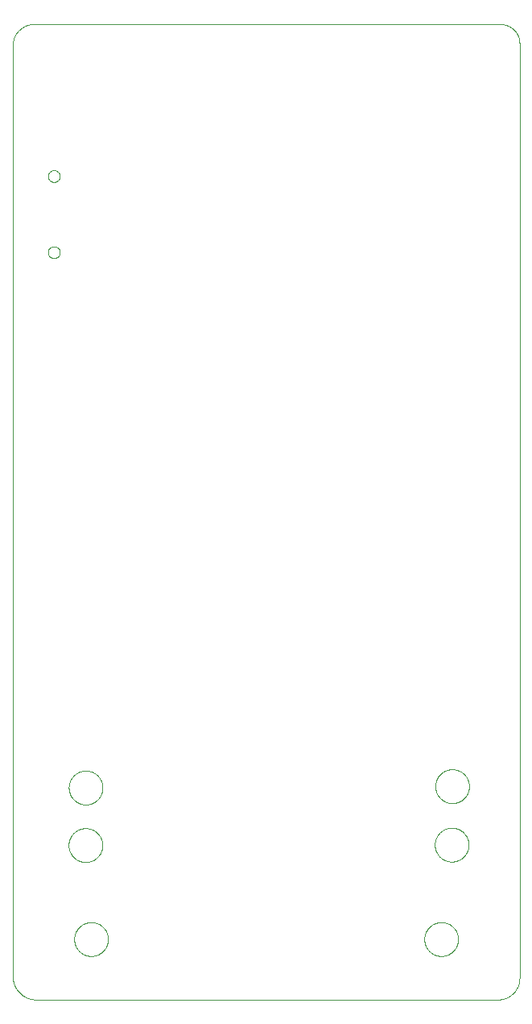
<source format=gbp>
G75*
%MOIN*%
%OFA0B0*%
%FSLAX25Y25*%
%IPPOS*%
%LPD*%
%AMOC8*
5,1,8,0,0,1.08239X$1,22.5*
%
%ADD10C,0.00000*%
D10*
X0032652Y0010767D02*
X0032652Y0395526D01*
X0032651Y0395526D02*
X0032654Y0395737D01*
X0032661Y0395947D01*
X0032674Y0396158D01*
X0032692Y0396368D01*
X0032715Y0396577D01*
X0032743Y0396786D01*
X0032775Y0396994D01*
X0032813Y0397201D01*
X0032856Y0397408D01*
X0032904Y0397613D01*
X0032957Y0397817D01*
X0033015Y0398019D01*
X0033078Y0398221D01*
X0033145Y0398420D01*
X0033218Y0398618D01*
X0033295Y0398814D01*
X0033377Y0399008D01*
X0033463Y0399201D01*
X0033554Y0399391D01*
X0033650Y0399578D01*
X0033750Y0399764D01*
X0033855Y0399947D01*
X0033964Y0400127D01*
X0034077Y0400305D01*
X0034195Y0400480D01*
X0034316Y0400651D01*
X0034442Y0400820D01*
X0034572Y0400986D01*
X0034706Y0401149D01*
X0034844Y0401308D01*
X0034986Y0401464D01*
X0035131Y0401617D01*
X0035280Y0401766D01*
X0035433Y0401911D01*
X0035589Y0402053D01*
X0035748Y0402191D01*
X0035911Y0402325D01*
X0036077Y0402455D01*
X0036246Y0402581D01*
X0036417Y0402702D01*
X0036592Y0402820D01*
X0036770Y0402933D01*
X0036950Y0403042D01*
X0037133Y0403147D01*
X0037319Y0403247D01*
X0037506Y0403343D01*
X0037696Y0403434D01*
X0037889Y0403520D01*
X0038083Y0403602D01*
X0038279Y0403679D01*
X0038477Y0403752D01*
X0038676Y0403819D01*
X0038878Y0403882D01*
X0039080Y0403940D01*
X0039284Y0403993D01*
X0039489Y0404041D01*
X0039696Y0404084D01*
X0039903Y0404122D01*
X0040111Y0404154D01*
X0040320Y0404182D01*
X0040529Y0404205D01*
X0040739Y0404223D01*
X0040950Y0404236D01*
X0041160Y0404243D01*
X0041371Y0404246D01*
X0041371Y0404245D02*
X0234687Y0404245D01*
X0234878Y0404243D01*
X0235068Y0404236D01*
X0235258Y0404224D01*
X0235448Y0404208D01*
X0235638Y0404188D01*
X0235826Y0404162D01*
X0236015Y0404132D01*
X0236202Y0404098D01*
X0236389Y0404059D01*
X0236574Y0404016D01*
X0236759Y0403968D01*
X0236942Y0403916D01*
X0237124Y0403859D01*
X0237304Y0403798D01*
X0237483Y0403733D01*
X0237661Y0403663D01*
X0237836Y0403589D01*
X0238010Y0403511D01*
X0238182Y0403428D01*
X0238352Y0403342D01*
X0238519Y0403251D01*
X0238685Y0403156D01*
X0238848Y0403058D01*
X0239009Y0402955D01*
X0239167Y0402849D01*
X0239322Y0402739D01*
X0239475Y0402625D01*
X0239625Y0402508D01*
X0239772Y0402386D01*
X0239916Y0402262D01*
X0240057Y0402134D01*
X0240195Y0402002D01*
X0240330Y0401867D01*
X0240462Y0401729D01*
X0240590Y0401588D01*
X0240714Y0401444D01*
X0240836Y0401297D01*
X0240953Y0401147D01*
X0241067Y0400994D01*
X0241177Y0400839D01*
X0241283Y0400681D01*
X0241386Y0400520D01*
X0241484Y0400357D01*
X0241579Y0400191D01*
X0241670Y0400024D01*
X0241756Y0399854D01*
X0241839Y0399682D01*
X0241917Y0399508D01*
X0241991Y0399333D01*
X0242061Y0399155D01*
X0242126Y0398976D01*
X0242187Y0398796D01*
X0242244Y0398614D01*
X0242296Y0398431D01*
X0242344Y0398246D01*
X0242387Y0398061D01*
X0242426Y0397874D01*
X0242460Y0397687D01*
X0242490Y0397498D01*
X0242516Y0397310D01*
X0242536Y0397120D01*
X0242552Y0396930D01*
X0242564Y0396740D01*
X0242571Y0396550D01*
X0242573Y0396359D01*
X0242573Y0009978D01*
X0242570Y0009761D01*
X0242563Y0009544D01*
X0242549Y0009328D01*
X0242531Y0009111D01*
X0242508Y0008896D01*
X0242479Y0008681D01*
X0242445Y0008466D01*
X0242406Y0008253D01*
X0242361Y0008041D01*
X0242312Y0007829D01*
X0242258Y0007619D01*
X0242198Y0007411D01*
X0242134Y0007204D01*
X0242064Y0006998D01*
X0241990Y0006794D01*
X0241910Y0006592D01*
X0241826Y0006393D01*
X0241737Y0006195D01*
X0241643Y0005999D01*
X0241545Y0005806D01*
X0241441Y0005615D01*
X0241334Y0005427D01*
X0241222Y0005241D01*
X0241105Y0005058D01*
X0240984Y0004878D01*
X0240858Y0004701D01*
X0240729Y0004527D01*
X0240595Y0004356D01*
X0240457Y0004189D01*
X0240315Y0004024D01*
X0240169Y0003864D01*
X0240020Y0003707D01*
X0239866Y0003553D01*
X0239709Y0003404D01*
X0239549Y0003258D01*
X0239384Y0003116D01*
X0239217Y0002978D01*
X0239046Y0002844D01*
X0238872Y0002715D01*
X0238695Y0002589D01*
X0238515Y0002468D01*
X0238332Y0002351D01*
X0238146Y0002239D01*
X0237958Y0002132D01*
X0237767Y0002028D01*
X0237574Y0001930D01*
X0237378Y0001836D01*
X0237180Y0001747D01*
X0236981Y0001663D01*
X0236779Y0001583D01*
X0236575Y0001509D01*
X0236369Y0001439D01*
X0236162Y0001375D01*
X0235954Y0001315D01*
X0235744Y0001261D01*
X0235532Y0001212D01*
X0235320Y0001167D01*
X0235107Y0001128D01*
X0234892Y0001094D01*
X0234677Y0001065D01*
X0234462Y0001042D01*
X0234245Y0001024D01*
X0234029Y0001010D01*
X0233812Y0001003D01*
X0233595Y0001000D01*
X0042418Y0001000D01*
X0042182Y0001003D01*
X0041946Y0001011D01*
X0041711Y0001026D01*
X0041475Y0001046D01*
X0041241Y0001071D01*
X0041007Y0001102D01*
X0040774Y0001139D01*
X0040541Y0001182D01*
X0040310Y0001230D01*
X0040081Y0001284D01*
X0039852Y0001343D01*
X0039625Y0001408D01*
X0039400Y0001478D01*
X0039176Y0001554D01*
X0038955Y0001635D01*
X0038735Y0001721D01*
X0038517Y0001813D01*
X0038302Y0001910D01*
X0038089Y0002012D01*
X0037879Y0002119D01*
X0037671Y0002231D01*
X0037467Y0002348D01*
X0037265Y0002470D01*
X0037066Y0002597D01*
X0036870Y0002729D01*
X0036677Y0002865D01*
X0036488Y0003006D01*
X0036302Y0003152D01*
X0036120Y0003302D01*
X0035941Y0003456D01*
X0035767Y0003615D01*
X0035596Y0003778D01*
X0035429Y0003945D01*
X0035266Y0004116D01*
X0035107Y0004290D01*
X0034953Y0004469D01*
X0034803Y0004651D01*
X0034657Y0004837D01*
X0034516Y0005026D01*
X0034380Y0005219D01*
X0034248Y0005415D01*
X0034121Y0005614D01*
X0033999Y0005816D01*
X0033882Y0006020D01*
X0033770Y0006228D01*
X0033663Y0006438D01*
X0033561Y0006651D01*
X0033464Y0006866D01*
X0033372Y0007084D01*
X0033286Y0007304D01*
X0033205Y0007525D01*
X0033129Y0007749D01*
X0033059Y0007974D01*
X0032994Y0008201D01*
X0032935Y0008430D01*
X0032881Y0008659D01*
X0032833Y0008890D01*
X0032790Y0009123D01*
X0032753Y0009356D01*
X0032722Y0009590D01*
X0032697Y0009824D01*
X0032677Y0010060D01*
X0032662Y0010295D01*
X0032654Y0010531D01*
X0032651Y0010767D01*
X0058152Y0026000D02*
X0058154Y0026172D01*
X0058160Y0026343D01*
X0058171Y0026515D01*
X0058186Y0026686D01*
X0058205Y0026857D01*
X0058228Y0027027D01*
X0058255Y0027197D01*
X0058287Y0027366D01*
X0058322Y0027534D01*
X0058362Y0027701D01*
X0058406Y0027867D01*
X0058453Y0028032D01*
X0058505Y0028196D01*
X0058561Y0028358D01*
X0058621Y0028519D01*
X0058685Y0028679D01*
X0058753Y0028837D01*
X0058824Y0028993D01*
X0058899Y0029147D01*
X0058979Y0029300D01*
X0059061Y0029450D01*
X0059148Y0029599D01*
X0059238Y0029745D01*
X0059332Y0029889D01*
X0059429Y0030031D01*
X0059530Y0030170D01*
X0059634Y0030307D01*
X0059741Y0030441D01*
X0059852Y0030572D01*
X0059965Y0030701D01*
X0060082Y0030827D01*
X0060202Y0030950D01*
X0060325Y0031070D01*
X0060451Y0031187D01*
X0060580Y0031300D01*
X0060711Y0031411D01*
X0060845Y0031518D01*
X0060982Y0031622D01*
X0061121Y0031723D01*
X0061263Y0031820D01*
X0061407Y0031914D01*
X0061553Y0032004D01*
X0061702Y0032091D01*
X0061852Y0032173D01*
X0062005Y0032253D01*
X0062159Y0032328D01*
X0062315Y0032399D01*
X0062473Y0032467D01*
X0062633Y0032531D01*
X0062794Y0032591D01*
X0062956Y0032647D01*
X0063120Y0032699D01*
X0063285Y0032746D01*
X0063451Y0032790D01*
X0063618Y0032830D01*
X0063786Y0032865D01*
X0063955Y0032897D01*
X0064125Y0032924D01*
X0064295Y0032947D01*
X0064466Y0032966D01*
X0064637Y0032981D01*
X0064809Y0032992D01*
X0064980Y0032998D01*
X0065152Y0033000D01*
X0065324Y0032998D01*
X0065495Y0032992D01*
X0065667Y0032981D01*
X0065838Y0032966D01*
X0066009Y0032947D01*
X0066179Y0032924D01*
X0066349Y0032897D01*
X0066518Y0032865D01*
X0066686Y0032830D01*
X0066853Y0032790D01*
X0067019Y0032746D01*
X0067184Y0032699D01*
X0067348Y0032647D01*
X0067510Y0032591D01*
X0067671Y0032531D01*
X0067831Y0032467D01*
X0067989Y0032399D01*
X0068145Y0032328D01*
X0068299Y0032253D01*
X0068452Y0032173D01*
X0068602Y0032091D01*
X0068751Y0032004D01*
X0068897Y0031914D01*
X0069041Y0031820D01*
X0069183Y0031723D01*
X0069322Y0031622D01*
X0069459Y0031518D01*
X0069593Y0031411D01*
X0069724Y0031300D01*
X0069853Y0031187D01*
X0069979Y0031070D01*
X0070102Y0030950D01*
X0070222Y0030827D01*
X0070339Y0030701D01*
X0070452Y0030572D01*
X0070563Y0030441D01*
X0070670Y0030307D01*
X0070774Y0030170D01*
X0070875Y0030031D01*
X0070972Y0029889D01*
X0071066Y0029745D01*
X0071156Y0029599D01*
X0071243Y0029450D01*
X0071325Y0029300D01*
X0071405Y0029147D01*
X0071480Y0028993D01*
X0071551Y0028837D01*
X0071619Y0028679D01*
X0071683Y0028519D01*
X0071743Y0028358D01*
X0071799Y0028196D01*
X0071851Y0028032D01*
X0071898Y0027867D01*
X0071942Y0027701D01*
X0071982Y0027534D01*
X0072017Y0027366D01*
X0072049Y0027197D01*
X0072076Y0027027D01*
X0072099Y0026857D01*
X0072118Y0026686D01*
X0072133Y0026515D01*
X0072144Y0026343D01*
X0072150Y0026172D01*
X0072152Y0026000D01*
X0072150Y0025828D01*
X0072144Y0025657D01*
X0072133Y0025485D01*
X0072118Y0025314D01*
X0072099Y0025143D01*
X0072076Y0024973D01*
X0072049Y0024803D01*
X0072017Y0024634D01*
X0071982Y0024466D01*
X0071942Y0024299D01*
X0071898Y0024133D01*
X0071851Y0023968D01*
X0071799Y0023804D01*
X0071743Y0023642D01*
X0071683Y0023481D01*
X0071619Y0023321D01*
X0071551Y0023163D01*
X0071480Y0023007D01*
X0071405Y0022853D01*
X0071325Y0022700D01*
X0071243Y0022550D01*
X0071156Y0022401D01*
X0071066Y0022255D01*
X0070972Y0022111D01*
X0070875Y0021969D01*
X0070774Y0021830D01*
X0070670Y0021693D01*
X0070563Y0021559D01*
X0070452Y0021428D01*
X0070339Y0021299D01*
X0070222Y0021173D01*
X0070102Y0021050D01*
X0069979Y0020930D01*
X0069853Y0020813D01*
X0069724Y0020700D01*
X0069593Y0020589D01*
X0069459Y0020482D01*
X0069322Y0020378D01*
X0069183Y0020277D01*
X0069041Y0020180D01*
X0068897Y0020086D01*
X0068751Y0019996D01*
X0068602Y0019909D01*
X0068452Y0019827D01*
X0068299Y0019747D01*
X0068145Y0019672D01*
X0067989Y0019601D01*
X0067831Y0019533D01*
X0067671Y0019469D01*
X0067510Y0019409D01*
X0067348Y0019353D01*
X0067184Y0019301D01*
X0067019Y0019254D01*
X0066853Y0019210D01*
X0066686Y0019170D01*
X0066518Y0019135D01*
X0066349Y0019103D01*
X0066179Y0019076D01*
X0066009Y0019053D01*
X0065838Y0019034D01*
X0065667Y0019019D01*
X0065495Y0019008D01*
X0065324Y0019002D01*
X0065152Y0019000D01*
X0064980Y0019002D01*
X0064809Y0019008D01*
X0064637Y0019019D01*
X0064466Y0019034D01*
X0064295Y0019053D01*
X0064125Y0019076D01*
X0063955Y0019103D01*
X0063786Y0019135D01*
X0063618Y0019170D01*
X0063451Y0019210D01*
X0063285Y0019254D01*
X0063120Y0019301D01*
X0062956Y0019353D01*
X0062794Y0019409D01*
X0062633Y0019469D01*
X0062473Y0019533D01*
X0062315Y0019601D01*
X0062159Y0019672D01*
X0062005Y0019747D01*
X0061852Y0019827D01*
X0061702Y0019909D01*
X0061553Y0019996D01*
X0061407Y0020086D01*
X0061263Y0020180D01*
X0061121Y0020277D01*
X0060982Y0020378D01*
X0060845Y0020482D01*
X0060711Y0020589D01*
X0060580Y0020700D01*
X0060451Y0020813D01*
X0060325Y0020930D01*
X0060202Y0021050D01*
X0060082Y0021173D01*
X0059965Y0021299D01*
X0059852Y0021428D01*
X0059741Y0021559D01*
X0059634Y0021693D01*
X0059530Y0021830D01*
X0059429Y0021969D01*
X0059332Y0022111D01*
X0059238Y0022255D01*
X0059148Y0022401D01*
X0059061Y0022550D01*
X0058979Y0022700D01*
X0058899Y0022853D01*
X0058824Y0023007D01*
X0058753Y0023163D01*
X0058685Y0023321D01*
X0058621Y0023481D01*
X0058561Y0023642D01*
X0058505Y0023804D01*
X0058453Y0023968D01*
X0058406Y0024133D01*
X0058362Y0024299D01*
X0058322Y0024466D01*
X0058287Y0024634D01*
X0058255Y0024803D01*
X0058228Y0024973D01*
X0058205Y0025143D01*
X0058186Y0025314D01*
X0058171Y0025485D01*
X0058160Y0025657D01*
X0058154Y0025828D01*
X0058152Y0026000D01*
X0055822Y0064839D02*
X0055824Y0065011D01*
X0055830Y0065182D01*
X0055841Y0065354D01*
X0055856Y0065525D01*
X0055875Y0065696D01*
X0055898Y0065866D01*
X0055925Y0066036D01*
X0055957Y0066205D01*
X0055992Y0066373D01*
X0056032Y0066540D01*
X0056076Y0066706D01*
X0056123Y0066871D01*
X0056175Y0067035D01*
X0056231Y0067197D01*
X0056291Y0067358D01*
X0056355Y0067518D01*
X0056423Y0067676D01*
X0056494Y0067832D01*
X0056569Y0067986D01*
X0056649Y0068139D01*
X0056731Y0068289D01*
X0056818Y0068438D01*
X0056908Y0068584D01*
X0057002Y0068728D01*
X0057099Y0068870D01*
X0057200Y0069009D01*
X0057304Y0069146D01*
X0057411Y0069280D01*
X0057522Y0069411D01*
X0057635Y0069540D01*
X0057752Y0069666D01*
X0057872Y0069789D01*
X0057995Y0069909D01*
X0058121Y0070026D01*
X0058250Y0070139D01*
X0058381Y0070250D01*
X0058515Y0070357D01*
X0058652Y0070461D01*
X0058791Y0070562D01*
X0058933Y0070659D01*
X0059077Y0070753D01*
X0059223Y0070843D01*
X0059372Y0070930D01*
X0059522Y0071012D01*
X0059675Y0071092D01*
X0059829Y0071167D01*
X0059985Y0071238D01*
X0060143Y0071306D01*
X0060303Y0071370D01*
X0060464Y0071430D01*
X0060626Y0071486D01*
X0060790Y0071538D01*
X0060955Y0071585D01*
X0061121Y0071629D01*
X0061288Y0071669D01*
X0061456Y0071704D01*
X0061625Y0071736D01*
X0061795Y0071763D01*
X0061965Y0071786D01*
X0062136Y0071805D01*
X0062307Y0071820D01*
X0062479Y0071831D01*
X0062650Y0071837D01*
X0062822Y0071839D01*
X0062994Y0071837D01*
X0063165Y0071831D01*
X0063337Y0071820D01*
X0063508Y0071805D01*
X0063679Y0071786D01*
X0063849Y0071763D01*
X0064019Y0071736D01*
X0064188Y0071704D01*
X0064356Y0071669D01*
X0064523Y0071629D01*
X0064689Y0071585D01*
X0064854Y0071538D01*
X0065018Y0071486D01*
X0065180Y0071430D01*
X0065341Y0071370D01*
X0065501Y0071306D01*
X0065659Y0071238D01*
X0065815Y0071167D01*
X0065969Y0071092D01*
X0066122Y0071012D01*
X0066272Y0070930D01*
X0066421Y0070843D01*
X0066567Y0070753D01*
X0066711Y0070659D01*
X0066853Y0070562D01*
X0066992Y0070461D01*
X0067129Y0070357D01*
X0067263Y0070250D01*
X0067394Y0070139D01*
X0067523Y0070026D01*
X0067649Y0069909D01*
X0067772Y0069789D01*
X0067892Y0069666D01*
X0068009Y0069540D01*
X0068122Y0069411D01*
X0068233Y0069280D01*
X0068340Y0069146D01*
X0068444Y0069009D01*
X0068545Y0068870D01*
X0068642Y0068728D01*
X0068736Y0068584D01*
X0068826Y0068438D01*
X0068913Y0068289D01*
X0068995Y0068139D01*
X0069075Y0067986D01*
X0069150Y0067832D01*
X0069221Y0067676D01*
X0069289Y0067518D01*
X0069353Y0067358D01*
X0069413Y0067197D01*
X0069469Y0067035D01*
X0069521Y0066871D01*
X0069568Y0066706D01*
X0069612Y0066540D01*
X0069652Y0066373D01*
X0069687Y0066205D01*
X0069719Y0066036D01*
X0069746Y0065866D01*
X0069769Y0065696D01*
X0069788Y0065525D01*
X0069803Y0065354D01*
X0069814Y0065182D01*
X0069820Y0065011D01*
X0069822Y0064839D01*
X0069820Y0064667D01*
X0069814Y0064496D01*
X0069803Y0064324D01*
X0069788Y0064153D01*
X0069769Y0063982D01*
X0069746Y0063812D01*
X0069719Y0063642D01*
X0069687Y0063473D01*
X0069652Y0063305D01*
X0069612Y0063138D01*
X0069568Y0062972D01*
X0069521Y0062807D01*
X0069469Y0062643D01*
X0069413Y0062481D01*
X0069353Y0062320D01*
X0069289Y0062160D01*
X0069221Y0062002D01*
X0069150Y0061846D01*
X0069075Y0061692D01*
X0068995Y0061539D01*
X0068913Y0061389D01*
X0068826Y0061240D01*
X0068736Y0061094D01*
X0068642Y0060950D01*
X0068545Y0060808D01*
X0068444Y0060669D01*
X0068340Y0060532D01*
X0068233Y0060398D01*
X0068122Y0060267D01*
X0068009Y0060138D01*
X0067892Y0060012D01*
X0067772Y0059889D01*
X0067649Y0059769D01*
X0067523Y0059652D01*
X0067394Y0059539D01*
X0067263Y0059428D01*
X0067129Y0059321D01*
X0066992Y0059217D01*
X0066853Y0059116D01*
X0066711Y0059019D01*
X0066567Y0058925D01*
X0066421Y0058835D01*
X0066272Y0058748D01*
X0066122Y0058666D01*
X0065969Y0058586D01*
X0065815Y0058511D01*
X0065659Y0058440D01*
X0065501Y0058372D01*
X0065341Y0058308D01*
X0065180Y0058248D01*
X0065018Y0058192D01*
X0064854Y0058140D01*
X0064689Y0058093D01*
X0064523Y0058049D01*
X0064356Y0058009D01*
X0064188Y0057974D01*
X0064019Y0057942D01*
X0063849Y0057915D01*
X0063679Y0057892D01*
X0063508Y0057873D01*
X0063337Y0057858D01*
X0063165Y0057847D01*
X0062994Y0057841D01*
X0062822Y0057839D01*
X0062650Y0057841D01*
X0062479Y0057847D01*
X0062307Y0057858D01*
X0062136Y0057873D01*
X0061965Y0057892D01*
X0061795Y0057915D01*
X0061625Y0057942D01*
X0061456Y0057974D01*
X0061288Y0058009D01*
X0061121Y0058049D01*
X0060955Y0058093D01*
X0060790Y0058140D01*
X0060626Y0058192D01*
X0060464Y0058248D01*
X0060303Y0058308D01*
X0060143Y0058372D01*
X0059985Y0058440D01*
X0059829Y0058511D01*
X0059675Y0058586D01*
X0059522Y0058666D01*
X0059372Y0058748D01*
X0059223Y0058835D01*
X0059077Y0058925D01*
X0058933Y0059019D01*
X0058791Y0059116D01*
X0058652Y0059217D01*
X0058515Y0059321D01*
X0058381Y0059428D01*
X0058250Y0059539D01*
X0058121Y0059652D01*
X0057995Y0059769D01*
X0057872Y0059889D01*
X0057752Y0060012D01*
X0057635Y0060138D01*
X0057522Y0060267D01*
X0057411Y0060398D01*
X0057304Y0060532D01*
X0057200Y0060669D01*
X0057099Y0060808D01*
X0057002Y0060950D01*
X0056908Y0061094D01*
X0056818Y0061240D01*
X0056731Y0061389D01*
X0056649Y0061539D01*
X0056569Y0061692D01*
X0056494Y0061846D01*
X0056423Y0062002D01*
X0056355Y0062160D01*
X0056291Y0062320D01*
X0056231Y0062481D01*
X0056175Y0062643D01*
X0056123Y0062807D01*
X0056076Y0062972D01*
X0056032Y0063138D01*
X0055992Y0063305D01*
X0055957Y0063473D01*
X0055925Y0063642D01*
X0055898Y0063812D01*
X0055875Y0063982D01*
X0055856Y0064153D01*
X0055841Y0064324D01*
X0055830Y0064496D01*
X0055824Y0064667D01*
X0055822Y0064839D01*
X0055891Y0088621D02*
X0055893Y0088793D01*
X0055899Y0088964D01*
X0055910Y0089136D01*
X0055925Y0089307D01*
X0055944Y0089478D01*
X0055967Y0089648D01*
X0055994Y0089818D01*
X0056026Y0089987D01*
X0056061Y0090155D01*
X0056101Y0090322D01*
X0056145Y0090488D01*
X0056192Y0090653D01*
X0056244Y0090817D01*
X0056300Y0090979D01*
X0056360Y0091140D01*
X0056424Y0091300D01*
X0056492Y0091458D01*
X0056563Y0091614D01*
X0056638Y0091768D01*
X0056718Y0091921D01*
X0056800Y0092071D01*
X0056887Y0092220D01*
X0056977Y0092366D01*
X0057071Y0092510D01*
X0057168Y0092652D01*
X0057269Y0092791D01*
X0057373Y0092928D01*
X0057480Y0093062D01*
X0057591Y0093193D01*
X0057704Y0093322D01*
X0057821Y0093448D01*
X0057941Y0093571D01*
X0058064Y0093691D01*
X0058190Y0093808D01*
X0058319Y0093921D01*
X0058450Y0094032D01*
X0058584Y0094139D01*
X0058721Y0094243D01*
X0058860Y0094344D01*
X0059002Y0094441D01*
X0059146Y0094535D01*
X0059292Y0094625D01*
X0059441Y0094712D01*
X0059591Y0094794D01*
X0059744Y0094874D01*
X0059898Y0094949D01*
X0060054Y0095020D01*
X0060212Y0095088D01*
X0060372Y0095152D01*
X0060533Y0095212D01*
X0060695Y0095268D01*
X0060859Y0095320D01*
X0061024Y0095367D01*
X0061190Y0095411D01*
X0061357Y0095451D01*
X0061525Y0095486D01*
X0061694Y0095518D01*
X0061864Y0095545D01*
X0062034Y0095568D01*
X0062205Y0095587D01*
X0062376Y0095602D01*
X0062548Y0095613D01*
X0062719Y0095619D01*
X0062891Y0095621D01*
X0063063Y0095619D01*
X0063234Y0095613D01*
X0063406Y0095602D01*
X0063577Y0095587D01*
X0063748Y0095568D01*
X0063918Y0095545D01*
X0064088Y0095518D01*
X0064257Y0095486D01*
X0064425Y0095451D01*
X0064592Y0095411D01*
X0064758Y0095367D01*
X0064923Y0095320D01*
X0065087Y0095268D01*
X0065249Y0095212D01*
X0065410Y0095152D01*
X0065570Y0095088D01*
X0065728Y0095020D01*
X0065884Y0094949D01*
X0066038Y0094874D01*
X0066191Y0094794D01*
X0066341Y0094712D01*
X0066490Y0094625D01*
X0066636Y0094535D01*
X0066780Y0094441D01*
X0066922Y0094344D01*
X0067061Y0094243D01*
X0067198Y0094139D01*
X0067332Y0094032D01*
X0067463Y0093921D01*
X0067592Y0093808D01*
X0067718Y0093691D01*
X0067841Y0093571D01*
X0067961Y0093448D01*
X0068078Y0093322D01*
X0068191Y0093193D01*
X0068302Y0093062D01*
X0068409Y0092928D01*
X0068513Y0092791D01*
X0068614Y0092652D01*
X0068711Y0092510D01*
X0068805Y0092366D01*
X0068895Y0092220D01*
X0068982Y0092071D01*
X0069064Y0091921D01*
X0069144Y0091768D01*
X0069219Y0091614D01*
X0069290Y0091458D01*
X0069358Y0091300D01*
X0069422Y0091140D01*
X0069482Y0090979D01*
X0069538Y0090817D01*
X0069590Y0090653D01*
X0069637Y0090488D01*
X0069681Y0090322D01*
X0069721Y0090155D01*
X0069756Y0089987D01*
X0069788Y0089818D01*
X0069815Y0089648D01*
X0069838Y0089478D01*
X0069857Y0089307D01*
X0069872Y0089136D01*
X0069883Y0088964D01*
X0069889Y0088793D01*
X0069891Y0088621D01*
X0069889Y0088449D01*
X0069883Y0088278D01*
X0069872Y0088106D01*
X0069857Y0087935D01*
X0069838Y0087764D01*
X0069815Y0087594D01*
X0069788Y0087424D01*
X0069756Y0087255D01*
X0069721Y0087087D01*
X0069681Y0086920D01*
X0069637Y0086754D01*
X0069590Y0086589D01*
X0069538Y0086425D01*
X0069482Y0086263D01*
X0069422Y0086102D01*
X0069358Y0085942D01*
X0069290Y0085784D01*
X0069219Y0085628D01*
X0069144Y0085474D01*
X0069064Y0085321D01*
X0068982Y0085171D01*
X0068895Y0085022D01*
X0068805Y0084876D01*
X0068711Y0084732D01*
X0068614Y0084590D01*
X0068513Y0084451D01*
X0068409Y0084314D01*
X0068302Y0084180D01*
X0068191Y0084049D01*
X0068078Y0083920D01*
X0067961Y0083794D01*
X0067841Y0083671D01*
X0067718Y0083551D01*
X0067592Y0083434D01*
X0067463Y0083321D01*
X0067332Y0083210D01*
X0067198Y0083103D01*
X0067061Y0082999D01*
X0066922Y0082898D01*
X0066780Y0082801D01*
X0066636Y0082707D01*
X0066490Y0082617D01*
X0066341Y0082530D01*
X0066191Y0082448D01*
X0066038Y0082368D01*
X0065884Y0082293D01*
X0065728Y0082222D01*
X0065570Y0082154D01*
X0065410Y0082090D01*
X0065249Y0082030D01*
X0065087Y0081974D01*
X0064923Y0081922D01*
X0064758Y0081875D01*
X0064592Y0081831D01*
X0064425Y0081791D01*
X0064257Y0081756D01*
X0064088Y0081724D01*
X0063918Y0081697D01*
X0063748Y0081674D01*
X0063577Y0081655D01*
X0063406Y0081640D01*
X0063234Y0081629D01*
X0063063Y0081623D01*
X0062891Y0081621D01*
X0062719Y0081623D01*
X0062548Y0081629D01*
X0062376Y0081640D01*
X0062205Y0081655D01*
X0062034Y0081674D01*
X0061864Y0081697D01*
X0061694Y0081724D01*
X0061525Y0081756D01*
X0061357Y0081791D01*
X0061190Y0081831D01*
X0061024Y0081875D01*
X0060859Y0081922D01*
X0060695Y0081974D01*
X0060533Y0082030D01*
X0060372Y0082090D01*
X0060212Y0082154D01*
X0060054Y0082222D01*
X0059898Y0082293D01*
X0059744Y0082368D01*
X0059591Y0082448D01*
X0059441Y0082530D01*
X0059292Y0082617D01*
X0059146Y0082707D01*
X0059002Y0082801D01*
X0058860Y0082898D01*
X0058721Y0082999D01*
X0058584Y0083103D01*
X0058450Y0083210D01*
X0058319Y0083321D01*
X0058190Y0083434D01*
X0058064Y0083551D01*
X0057941Y0083671D01*
X0057821Y0083794D01*
X0057704Y0083920D01*
X0057591Y0084049D01*
X0057480Y0084180D01*
X0057373Y0084314D01*
X0057269Y0084451D01*
X0057168Y0084590D01*
X0057071Y0084732D01*
X0056977Y0084876D01*
X0056887Y0085022D01*
X0056800Y0085171D01*
X0056718Y0085321D01*
X0056638Y0085474D01*
X0056563Y0085628D01*
X0056492Y0085784D01*
X0056424Y0085942D01*
X0056360Y0086102D01*
X0056300Y0086263D01*
X0056244Y0086425D01*
X0056192Y0086589D01*
X0056145Y0086754D01*
X0056101Y0086920D01*
X0056061Y0087087D01*
X0056026Y0087255D01*
X0055994Y0087424D01*
X0055967Y0087594D01*
X0055944Y0087764D01*
X0055925Y0087935D01*
X0055910Y0088106D01*
X0055899Y0088278D01*
X0055893Y0088449D01*
X0055891Y0088621D01*
X0047274Y0309944D02*
X0047276Y0310043D01*
X0047282Y0310142D01*
X0047292Y0310241D01*
X0047306Y0310339D01*
X0047324Y0310436D01*
X0047346Y0310533D01*
X0047371Y0310629D01*
X0047401Y0310723D01*
X0047434Y0310817D01*
X0047471Y0310909D01*
X0047512Y0310999D01*
X0047556Y0311088D01*
X0047604Y0311174D01*
X0047655Y0311259D01*
X0047710Y0311342D01*
X0047768Y0311422D01*
X0047829Y0311500D01*
X0047893Y0311576D01*
X0047960Y0311649D01*
X0048030Y0311719D01*
X0048103Y0311786D01*
X0048179Y0311850D01*
X0048257Y0311911D01*
X0048337Y0311969D01*
X0048420Y0312024D01*
X0048504Y0312075D01*
X0048591Y0312123D01*
X0048680Y0312167D01*
X0048770Y0312208D01*
X0048862Y0312245D01*
X0048956Y0312278D01*
X0049050Y0312308D01*
X0049146Y0312333D01*
X0049243Y0312355D01*
X0049340Y0312373D01*
X0049438Y0312387D01*
X0049537Y0312397D01*
X0049636Y0312403D01*
X0049735Y0312405D01*
X0049834Y0312403D01*
X0049933Y0312397D01*
X0050032Y0312387D01*
X0050130Y0312373D01*
X0050227Y0312355D01*
X0050324Y0312333D01*
X0050420Y0312308D01*
X0050514Y0312278D01*
X0050608Y0312245D01*
X0050700Y0312208D01*
X0050790Y0312167D01*
X0050879Y0312123D01*
X0050965Y0312075D01*
X0051050Y0312024D01*
X0051133Y0311969D01*
X0051213Y0311911D01*
X0051291Y0311850D01*
X0051367Y0311786D01*
X0051440Y0311719D01*
X0051510Y0311649D01*
X0051577Y0311576D01*
X0051641Y0311500D01*
X0051702Y0311422D01*
X0051760Y0311342D01*
X0051815Y0311259D01*
X0051866Y0311175D01*
X0051914Y0311088D01*
X0051958Y0310999D01*
X0051999Y0310909D01*
X0052036Y0310817D01*
X0052069Y0310723D01*
X0052099Y0310629D01*
X0052124Y0310533D01*
X0052146Y0310436D01*
X0052164Y0310339D01*
X0052178Y0310241D01*
X0052188Y0310142D01*
X0052194Y0310043D01*
X0052196Y0309944D01*
X0052194Y0309845D01*
X0052188Y0309746D01*
X0052178Y0309647D01*
X0052164Y0309549D01*
X0052146Y0309452D01*
X0052124Y0309355D01*
X0052099Y0309259D01*
X0052069Y0309165D01*
X0052036Y0309071D01*
X0051999Y0308979D01*
X0051958Y0308889D01*
X0051914Y0308800D01*
X0051866Y0308714D01*
X0051815Y0308629D01*
X0051760Y0308546D01*
X0051702Y0308466D01*
X0051641Y0308388D01*
X0051577Y0308312D01*
X0051510Y0308239D01*
X0051440Y0308169D01*
X0051367Y0308102D01*
X0051291Y0308038D01*
X0051213Y0307977D01*
X0051133Y0307919D01*
X0051050Y0307864D01*
X0050966Y0307813D01*
X0050879Y0307765D01*
X0050790Y0307721D01*
X0050700Y0307680D01*
X0050608Y0307643D01*
X0050514Y0307610D01*
X0050420Y0307580D01*
X0050324Y0307555D01*
X0050227Y0307533D01*
X0050130Y0307515D01*
X0050032Y0307501D01*
X0049933Y0307491D01*
X0049834Y0307485D01*
X0049735Y0307483D01*
X0049636Y0307485D01*
X0049537Y0307491D01*
X0049438Y0307501D01*
X0049340Y0307515D01*
X0049243Y0307533D01*
X0049146Y0307555D01*
X0049050Y0307580D01*
X0048956Y0307610D01*
X0048862Y0307643D01*
X0048770Y0307680D01*
X0048680Y0307721D01*
X0048591Y0307765D01*
X0048505Y0307813D01*
X0048420Y0307864D01*
X0048337Y0307919D01*
X0048257Y0307977D01*
X0048179Y0308038D01*
X0048103Y0308102D01*
X0048030Y0308169D01*
X0047960Y0308239D01*
X0047893Y0308312D01*
X0047829Y0308388D01*
X0047768Y0308466D01*
X0047710Y0308546D01*
X0047655Y0308629D01*
X0047604Y0308713D01*
X0047556Y0308800D01*
X0047512Y0308889D01*
X0047471Y0308979D01*
X0047434Y0309071D01*
X0047401Y0309165D01*
X0047371Y0309259D01*
X0047346Y0309355D01*
X0047324Y0309452D01*
X0047306Y0309549D01*
X0047292Y0309647D01*
X0047282Y0309746D01*
X0047276Y0309845D01*
X0047274Y0309944D01*
X0047274Y0341440D02*
X0047276Y0341539D01*
X0047282Y0341638D01*
X0047292Y0341737D01*
X0047306Y0341835D01*
X0047324Y0341932D01*
X0047346Y0342029D01*
X0047371Y0342125D01*
X0047401Y0342219D01*
X0047434Y0342313D01*
X0047471Y0342405D01*
X0047512Y0342495D01*
X0047556Y0342584D01*
X0047604Y0342670D01*
X0047655Y0342755D01*
X0047710Y0342838D01*
X0047768Y0342918D01*
X0047829Y0342996D01*
X0047893Y0343072D01*
X0047960Y0343145D01*
X0048030Y0343215D01*
X0048103Y0343282D01*
X0048179Y0343346D01*
X0048257Y0343407D01*
X0048337Y0343465D01*
X0048420Y0343520D01*
X0048504Y0343571D01*
X0048591Y0343619D01*
X0048680Y0343663D01*
X0048770Y0343704D01*
X0048862Y0343741D01*
X0048956Y0343774D01*
X0049050Y0343804D01*
X0049146Y0343829D01*
X0049243Y0343851D01*
X0049340Y0343869D01*
X0049438Y0343883D01*
X0049537Y0343893D01*
X0049636Y0343899D01*
X0049735Y0343901D01*
X0049834Y0343899D01*
X0049933Y0343893D01*
X0050032Y0343883D01*
X0050130Y0343869D01*
X0050227Y0343851D01*
X0050324Y0343829D01*
X0050420Y0343804D01*
X0050514Y0343774D01*
X0050608Y0343741D01*
X0050700Y0343704D01*
X0050790Y0343663D01*
X0050879Y0343619D01*
X0050965Y0343571D01*
X0051050Y0343520D01*
X0051133Y0343465D01*
X0051213Y0343407D01*
X0051291Y0343346D01*
X0051367Y0343282D01*
X0051440Y0343215D01*
X0051510Y0343145D01*
X0051577Y0343072D01*
X0051641Y0342996D01*
X0051702Y0342918D01*
X0051760Y0342838D01*
X0051815Y0342755D01*
X0051866Y0342671D01*
X0051914Y0342584D01*
X0051958Y0342495D01*
X0051999Y0342405D01*
X0052036Y0342313D01*
X0052069Y0342219D01*
X0052099Y0342125D01*
X0052124Y0342029D01*
X0052146Y0341932D01*
X0052164Y0341835D01*
X0052178Y0341737D01*
X0052188Y0341638D01*
X0052194Y0341539D01*
X0052196Y0341440D01*
X0052194Y0341341D01*
X0052188Y0341242D01*
X0052178Y0341143D01*
X0052164Y0341045D01*
X0052146Y0340948D01*
X0052124Y0340851D01*
X0052099Y0340755D01*
X0052069Y0340661D01*
X0052036Y0340567D01*
X0051999Y0340475D01*
X0051958Y0340385D01*
X0051914Y0340296D01*
X0051866Y0340210D01*
X0051815Y0340125D01*
X0051760Y0340042D01*
X0051702Y0339962D01*
X0051641Y0339884D01*
X0051577Y0339808D01*
X0051510Y0339735D01*
X0051440Y0339665D01*
X0051367Y0339598D01*
X0051291Y0339534D01*
X0051213Y0339473D01*
X0051133Y0339415D01*
X0051050Y0339360D01*
X0050966Y0339309D01*
X0050879Y0339261D01*
X0050790Y0339217D01*
X0050700Y0339176D01*
X0050608Y0339139D01*
X0050514Y0339106D01*
X0050420Y0339076D01*
X0050324Y0339051D01*
X0050227Y0339029D01*
X0050130Y0339011D01*
X0050032Y0338997D01*
X0049933Y0338987D01*
X0049834Y0338981D01*
X0049735Y0338979D01*
X0049636Y0338981D01*
X0049537Y0338987D01*
X0049438Y0338997D01*
X0049340Y0339011D01*
X0049243Y0339029D01*
X0049146Y0339051D01*
X0049050Y0339076D01*
X0048956Y0339106D01*
X0048862Y0339139D01*
X0048770Y0339176D01*
X0048680Y0339217D01*
X0048591Y0339261D01*
X0048505Y0339309D01*
X0048420Y0339360D01*
X0048337Y0339415D01*
X0048257Y0339473D01*
X0048179Y0339534D01*
X0048103Y0339598D01*
X0048030Y0339665D01*
X0047960Y0339735D01*
X0047893Y0339808D01*
X0047829Y0339884D01*
X0047768Y0339962D01*
X0047710Y0340042D01*
X0047655Y0340125D01*
X0047604Y0340209D01*
X0047556Y0340296D01*
X0047512Y0340385D01*
X0047471Y0340475D01*
X0047434Y0340567D01*
X0047401Y0340661D01*
X0047371Y0340755D01*
X0047346Y0340851D01*
X0047324Y0340948D01*
X0047306Y0341045D01*
X0047292Y0341143D01*
X0047282Y0341242D01*
X0047276Y0341341D01*
X0047274Y0341440D01*
X0207699Y0089198D02*
X0207701Y0089370D01*
X0207707Y0089541D01*
X0207718Y0089713D01*
X0207733Y0089884D01*
X0207752Y0090055D01*
X0207775Y0090225D01*
X0207802Y0090395D01*
X0207834Y0090564D01*
X0207869Y0090732D01*
X0207909Y0090899D01*
X0207953Y0091065D01*
X0208000Y0091230D01*
X0208052Y0091394D01*
X0208108Y0091556D01*
X0208168Y0091717D01*
X0208232Y0091877D01*
X0208300Y0092035D01*
X0208371Y0092191D01*
X0208446Y0092345D01*
X0208526Y0092498D01*
X0208608Y0092648D01*
X0208695Y0092797D01*
X0208785Y0092943D01*
X0208879Y0093087D01*
X0208976Y0093229D01*
X0209077Y0093368D01*
X0209181Y0093505D01*
X0209288Y0093639D01*
X0209399Y0093770D01*
X0209512Y0093899D01*
X0209629Y0094025D01*
X0209749Y0094148D01*
X0209872Y0094268D01*
X0209998Y0094385D01*
X0210127Y0094498D01*
X0210258Y0094609D01*
X0210392Y0094716D01*
X0210529Y0094820D01*
X0210668Y0094921D01*
X0210810Y0095018D01*
X0210954Y0095112D01*
X0211100Y0095202D01*
X0211249Y0095289D01*
X0211399Y0095371D01*
X0211552Y0095451D01*
X0211706Y0095526D01*
X0211862Y0095597D01*
X0212020Y0095665D01*
X0212180Y0095729D01*
X0212341Y0095789D01*
X0212503Y0095845D01*
X0212667Y0095897D01*
X0212832Y0095944D01*
X0212998Y0095988D01*
X0213165Y0096028D01*
X0213333Y0096063D01*
X0213502Y0096095D01*
X0213672Y0096122D01*
X0213842Y0096145D01*
X0214013Y0096164D01*
X0214184Y0096179D01*
X0214356Y0096190D01*
X0214527Y0096196D01*
X0214699Y0096198D01*
X0214871Y0096196D01*
X0215042Y0096190D01*
X0215214Y0096179D01*
X0215385Y0096164D01*
X0215556Y0096145D01*
X0215726Y0096122D01*
X0215896Y0096095D01*
X0216065Y0096063D01*
X0216233Y0096028D01*
X0216400Y0095988D01*
X0216566Y0095944D01*
X0216731Y0095897D01*
X0216895Y0095845D01*
X0217057Y0095789D01*
X0217218Y0095729D01*
X0217378Y0095665D01*
X0217536Y0095597D01*
X0217692Y0095526D01*
X0217846Y0095451D01*
X0217999Y0095371D01*
X0218149Y0095289D01*
X0218298Y0095202D01*
X0218444Y0095112D01*
X0218588Y0095018D01*
X0218730Y0094921D01*
X0218869Y0094820D01*
X0219006Y0094716D01*
X0219140Y0094609D01*
X0219271Y0094498D01*
X0219400Y0094385D01*
X0219526Y0094268D01*
X0219649Y0094148D01*
X0219769Y0094025D01*
X0219886Y0093899D01*
X0219999Y0093770D01*
X0220110Y0093639D01*
X0220217Y0093505D01*
X0220321Y0093368D01*
X0220422Y0093229D01*
X0220519Y0093087D01*
X0220613Y0092943D01*
X0220703Y0092797D01*
X0220790Y0092648D01*
X0220872Y0092498D01*
X0220952Y0092345D01*
X0221027Y0092191D01*
X0221098Y0092035D01*
X0221166Y0091877D01*
X0221230Y0091717D01*
X0221290Y0091556D01*
X0221346Y0091394D01*
X0221398Y0091230D01*
X0221445Y0091065D01*
X0221489Y0090899D01*
X0221529Y0090732D01*
X0221564Y0090564D01*
X0221596Y0090395D01*
X0221623Y0090225D01*
X0221646Y0090055D01*
X0221665Y0089884D01*
X0221680Y0089713D01*
X0221691Y0089541D01*
X0221697Y0089370D01*
X0221699Y0089198D01*
X0221697Y0089026D01*
X0221691Y0088855D01*
X0221680Y0088683D01*
X0221665Y0088512D01*
X0221646Y0088341D01*
X0221623Y0088171D01*
X0221596Y0088001D01*
X0221564Y0087832D01*
X0221529Y0087664D01*
X0221489Y0087497D01*
X0221445Y0087331D01*
X0221398Y0087166D01*
X0221346Y0087002D01*
X0221290Y0086840D01*
X0221230Y0086679D01*
X0221166Y0086519D01*
X0221098Y0086361D01*
X0221027Y0086205D01*
X0220952Y0086051D01*
X0220872Y0085898D01*
X0220790Y0085748D01*
X0220703Y0085599D01*
X0220613Y0085453D01*
X0220519Y0085309D01*
X0220422Y0085167D01*
X0220321Y0085028D01*
X0220217Y0084891D01*
X0220110Y0084757D01*
X0219999Y0084626D01*
X0219886Y0084497D01*
X0219769Y0084371D01*
X0219649Y0084248D01*
X0219526Y0084128D01*
X0219400Y0084011D01*
X0219271Y0083898D01*
X0219140Y0083787D01*
X0219006Y0083680D01*
X0218869Y0083576D01*
X0218730Y0083475D01*
X0218588Y0083378D01*
X0218444Y0083284D01*
X0218298Y0083194D01*
X0218149Y0083107D01*
X0217999Y0083025D01*
X0217846Y0082945D01*
X0217692Y0082870D01*
X0217536Y0082799D01*
X0217378Y0082731D01*
X0217218Y0082667D01*
X0217057Y0082607D01*
X0216895Y0082551D01*
X0216731Y0082499D01*
X0216566Y0082452D01*
X0216400Y0082408D01*
X0216233Y0082368D01*
X0216065Y0082333D01*
X0215896Y0082301D01*
X0215726Y0082274D01*
X0215556Y0082251D01*
X0215385Y0082232D01*
X0215214Y0082217D01*
X0215042Y0082206D01*
X0214871Y0082200D01*
X0214699Y0082198D01*
X0214527Y0082200D01*
X0214356Y0082206D01*
X0214184Y0082217D01*
X0214013Y0082232D01*
X0213842Y0082251D01*
X0213672Y0082274D01*
X0213502Y0082301D01*
X0213333Y0082333D01*
X0213165Y0082368D01*
X0212998Y0082408D01*
X0212832Y0082452D01*
X0212667Y0082499D01*
X0212503Y0082551D01*
X0212341Y0082607D01*
X0212180Y0082667D01*
X0212020Y0082731D01*
X0211862Y0082799D01*
X0211706Y0082870D01*
X0211552Y0082945D01*
X0211399Y0083025D01*
X0211249Y0083107D01*
X0211100Y0083194D01*
X0210954Y0083284D01*
X0210810Y0083378D01*
X0210668Y0083475D01*
X0210529Y0083576D01*
X0210392Y0083680D01*
X0210258Y0083787D01*
X0210127Y0083898D01*
X0209998Y0084011D01*
X0209872Y0084128D01*
X0209749Y0084248D01*
X0209629Y0084371D01*
X0209512Y0084497D01*
X0209399Y0084626D01*
X0209288Y0084757D01*
X0209181Y0084891D01*
X0209077Y0085028D01*
X0208976Y0085167D01*
X0208879Y0085309D01*
X0208785Y0085453D01*
X0208695Y0085599D01*
X0208608Y0085748D01*
X0208526Y0085898D01*
X0208446Y0086051D01*
X0208371Y0086205D01*
X0208300Y0086361D01*
X0208232Y0086519D01*
X0208168Y0086679D01*
X0208108Y0086840D01*
X0208052Y0087002D01*
X0208000Y0087166D01*
X0207953Y0087331D01*
X0207909Y0087497D01*
X0207869Y0087664D01*
X0207834Y0087832D01*
X0207802Y0088001D01*
X0207775Y0088171D01*
X0207752Y0088341D01*
X0207733Y0088512D01*
X0207718Y0088683D01*
X0207707Y0088855D01*
X0207701Y0089026D01*
X0207699Y0089198D01*
X0207489Y0065023D02*
X0207491Y0065195D01*
X0207497Y0065366D01*
X0207508Y0065538D01*
X0207523Y0065709D01*
X0207542Y0065880D01*
X0207565Y0066050D01*
X0207592Y0066220D01*
X0207624Y0066389D01*
X0207659Y0066557D01*
X0207699Y0066724D01*
X0207743Y0066890D01*
X0207790Y0067055D01*
X0207842Y0067219D01*
X0207898Y0067381D01*
X0207958Y0067542D01*
X0208022Y0067702D01*
X0208090Y0067860D01*
X0208161Y0068016D01*
X0208236Y0068170D01*
X0208316Y0068323D01*
X0208398Y0068473D01*
X0208485Y0068622D01*
X0208575Y0068768D01*
X0208669Y0068912D01*
X0208766Y0069054D01*
X0208867Y0069193D01*
X0208971Y0069330D01*
X0209078Y0069464D01*
X0209189Y0069595D01*
X0209302Y0069724D01*
X0209419Y0069850D01*
X0209539Y0069973D01*
X0209662Y0070093D01*
X0209788Y0070210D01*
X0209917Y0070323D01*
X0210048Y0070434D01*
X0210182Y0070541D01*
X0210319Y0070645D01*
X0210458Y0070746D01*
X0210600Y0070843D01*
X0210744Y0070937D01*
X0210890Y0071027D01*
X0211039Y0071114D01*
X0211189Y0071196D01*
X0211342Y0071276D01*
X0211496Y0071351D01*
X0211652Y0071422D01*
X0211810Y0071490D01*
X0211970Y0071554D01*
X0212131Y0071614D01*
X0212293Y0071670D01*
X0212457Y0071722D01*
X0212622Y0071769D01*
X0212788Y0071813D01*
X0212955Y0071853D01*
X0213123Y0071888D01*
X0213292Y0071920D01*
X0213462Y0071947D01*
X0213632Y0071970D01*
X0213803Y0071989D01*
X0213974Y0072004D01*
X0214146Y0072015D01*
X0214317Y0072021D01*
X0214489Y0072023D01*
X0214661Y0072021D01*
X0214832Y0072015D01*
X0215004Y0072004D01*
X0215175Y0071989D01*
X0215346Y0071970D01*
X0215516Y0071947D01*
X0215686Y0071920D01*
X0215855Y0071888D01*
X0216023Y0071853D01*
X0216190Y0071813D01*
X0216356Y0071769D01*
X0216521Y0071722D01*
X0216685Y0071670D01*
X0216847Y0071614D01*
X0217008Y0071554D01*
X0217168Y0071490D01*
X0217326Y0071422D01*
X0217482Y0071351D01*
X0217636Y0071276D01*
X0217789Y0071196D01*
X0217939Y0071114D01*
X0218088Y0071027D01*
X0218234Y0070937D01*
X0218378Y0070843D01*
X0218520Y0070746D01*
X0218659Y0070645D01*
X0218796Y0070541D01*
X0218930Y0070434D01*
X0219061Y0070323D01*
X0219190Y0070210D01*
X0219316Y0070093D01*
X0219439Y0069973D01*
X0219559Y0069850D01*
X0219676Y0069724D01*
X0219789Y0069595D01*
X0219900Y0069464D01*
X0220007Y0069330D01*
X0220111Y0069193D01*
X0220212Y0069054D01*
X0220309Y0068912D01*
X0220403Y0068768D01*
X0220493Y0068622D01*
X0220580Y0068473D01*
X0220662Y0068323D01*
X0220742Y0068170D01*
X0220817Y0068016D01*
X0220888Y0067860D01*
X0220956Y0067702D01*
X0221020Y0067542D01*
X0221080Y0067381D01*
X0221136Y0067219D01*
X0221188Y0067055D01*
X0221235Y0066890D01*
X0221279Y0066724D01*
X0221319Y0066557D01*
X0221354Y0066389D01*
X0221386Y0066220D01*
X0221413Y0066050D01*
X0221436Y0065880D01*
X0221455Y0065709D01*
X0221470Y0065538D01*
X0221481Y0065366D01*
X0221487Y0065195D01*
X0221489Y0065023D01*
X0221487Y0064851D01*
X0221481Y0064680D01*
X0221470Y0064508D01*
X0221455Y0064337D01*
X0221436Y0064166D01*
X0221413Y0063996D01*
X0221386Y0063826D01*
X0221354Y0063657D01*
X0221319Y0063489D01*
X0221279Y0063322D01*
X0221235Y0063156D01*
X0221188Y0062991D01*
X0221136Y0062827D01*
X0221080Y0062665D01*
X0221020Y0062504D01*
X0220956Y0062344D01*
X0220888Y0062186D01*
X0220817Y0062030D01*
X0220742Y0061876D01*
X0220662Y0061723D01*
X0220580Y0061573D01*
X0220493Y0061424D01*
X0220403Y0061278D01*
X0220309Y0061134D01*
X0220212Y0060992D01*
X0220111Y0060853D01*
X0220007Y0060716D01*
X0219900Y0060582D01*
X0219789Y0060451D01*
X0219676Y0060322D01*
X0219559Y0060196D01*
X0219439Y0060073D01*
X0219316Y0059953D01*
X0219190Y0059836D01*
X0219061Y0059723D01*
X0218930Y0059612D01*
X0218796Y0059505D01*
X0218659Y0059401D01*
X0218520Y0059300D01*
X0218378Y0059203D01*
X0218234Y0059109D01*
X0218088Y0059019D01*
X0217939Y0058932D01*
X0217789Y0058850D01*
X0217636Y0058770D01*
X0217482Y0058695D01*
X0217326Y0058624D01*
X0217168Y0058556D01*
X0217008Y0058492D01*
X0216847Y0058432D01*
X0216685Y0058376D01*
X0216521Y0058324D01*
X0216356Y0058277D01*
X0216190Y0058233D01*
X0216023Y0058193D01*
X0215855Y0058158D01*
X0215686Y0058126D01*
X0215516Y0058099D01*
X0215346Y0058076D01*
X0215175Y0058057D01*
X0215004Y0058042D01*
X0214832Y0058031D01*
X0214661Y0058025D01*
X0214489Y0058023D01*
X0214317Y0058025D01*
X0214146Y0058031D01*
X0213974Y0058042D01*
X0213803Y0058057D01*
X0213632Y0058076D01*
X0213462Y0058099D01*
X0213292Y0058126D01*
X0213123Y0058158D01*
X0212955Y0058193D01*
X0212788Y0058233D01*
X0212622Y0058277D01*
X0212457Y0058324D01*
X0212293Y0058376D01*
X0212131Y0058432D01*
X0211970Y0058492D01*
X0211810Y0058556D01*
X0211652Y0058624D01*
X0211496Y0058695D01*
X0211342Y0058770D01*
X0211189Y0058850D01*
X0211039Y0058932D01*
X0210890Y0059019D01*
X0210744Y0059109D01*
X0210600Y0059203D01*
X0210458Y0059300D01*
X0210319Y0059401D01*
X0210182Y0059505D01*
X0210048Y0059612D01*
X0209917Y0059723D01*
X0209788Y0059836D01*
X0209662Y0059953D01*
X0209539Y0060073D01*
X0209419Y0060196D01*
X0209302Y0060322D01*
X0209189Y0060451D01*
X0209078Y0060582D01*
X0208971Y0060716D01*
X0208867Y0060853D01*
X0208766Y0060992D01*
X0208669Y0061134D01*
X0208575Y0061278D01*
X0208485Y0061424D01*
X0208398Y0061573D01*
X0208316Y0061723D01*
X0208236Y0061876D01*
X0208161Y0062030D01*
X0208090Y0062186D01*
X0208022Y0062344D01*
X0207958Y0062504D01*
X0207898Y0062665D01*
X0207842Y0062827D01*
X0207790Y0062991D01*
X0207743Y0063156D01*
X0207699Y0063322D01*
X0207659Y0063489D01*
X0207624Y0063657D01*
X0207592Y0063826D01*
X0207565Y0063996D01*
X0207542Y0064166D01*
X0207523Y0064337D01*
X0207508Y0064508D01*
X0207497Y0064680D01*
X0207491Y0064851D01*
X0207489Y0065023D01*
X0203152Y0026000D02*
X0203154Y0026172D01*
X0203160Y0026343D01*
X0203171Y0026515D01*
X0203186Y0026686D01*
X0203205Y0026857D01*
X0203228Y0027027D01*
X0203255Y0027197D01*
X0203287Y0027366D01*
X0203322Y0027534D01*
X0203362Y0027701D01*
X0203406Y0027867D01*
X0203453Y0028032D01*
X0203505Y0028196D01*
X0203561Y0028358D01*
X0203621Y0028519D01*
X0203685Y0028679D01*
X0203753Y0028837D01*
X0203824Y0028993D01*
X0203899Y0029147D01*
X0203979Y0029300D01*
X0204061Y0029450D01*
X0204148Y0029599D01*
X0204238Y0029745D01*
X0204332Y0029889D01*
X0204429Y0030031D01*
X0204530Y0030170D01*
X0204634Y0030307D01*
X0204741Y0030441D01*
X0204852Y0030572D01*
X0204965Y0030701D01*
X0205082Y0030827D01*
X0205202Y0030950D01*
X0205325Y0031070D01*
X0205451Y0031187D01*
X0205580Y0031300D01*
X0205711Y0031411D01*
X0205845Y0031518D01*
X0205982Y0031622D01*
X0206121Y0031723D01*
X0206263Y0031820D01*
X0206407Y0031914D01*
X0206553Y0032004D01*
X0206702Y0032091D01*
X0206852Y0032173D01*
X0207005Y0032253D01*
X0207159Y0032328D01*
X0207315Y0032399D01*
X0207473Y0032467D01*
X0207633Y0032531D01*
X0207794Y0032591D01*
X0207956Y0032647D01*
X0208120Y0032699D01*
X0208285Y0032746D01*
X0208451Y0032790D01*
X0208618Y0032830D01*
X0208786Y0032865D01*
X0208955Y0032897D01*
X0209125Y0032924D01*
X0209295Y0032947D01*
X0209466Y0032966D01*
X0209637Y0032981D01*
X0209809Y0032992D01*
X0209980Y0032998D01*
X0210152Y0033000D01*
X0210324Y0032998D01*
X0210495Y0032992D01*
X0210667Y0032981D01*
X0210838Y0032966D01*
X0211009Y0032947D01*
X0211179Y0032924D01*
X0211349Y0032897D01*
X0211518Y0032865D01*
X0211686Y0032830D01*
X0211853Y0032790D01*
X0212019Y0032746D01*
X0212184Y0032699D01*
X0212348Y0032647D01*
X0212510Y0032591D01*
X0212671Y0032531D01*
X0212831Y0032467D01*
X0212989Y0032399D01*
X0213145Y0032328D01*
X0213299Y0032253D01*
X0213452Y0032173D01*
X0213602Y0032091D01*
X0213751Y0032004D01*
X0213897Y0031914D01*
X0214041Y0031820D01*
X0214183Y0031723D01*
X0214322Y0031622D01*
X0214459Y0031518D01*
X0214593Y0031411D01*
X0214724Y0031300D01*
X0214853Y0031187D01*
X0214979Y0031070D01*
X0215102Y0030950D01*
X0215222Y0030827D01*
X0215339Y0030701D01*
X0215452Y0030572D01*
X0215563Y0030441D01*
X0215670Y0030307D01*
X0215774Y0030170D01*
X0215875Y0030031D01*
X0215972Y0029889D01*
X0216066Y0029745D01*
X0216156Y0029599D01*
X0216243Y0029450D01*
X0216325Y0029300D01*
X0216405Y0029147D01*
X0216480Y0028993D01*
X0216551Y0028837D01*
X0216619Y0028679D01*
X0216683Y0028519D01*
X0216743Y0028358D01*
X0216799Y0028196D01*
X0216851Y0028032D01*
X0216898Y0027867D01*
X0216942Y0027701D01*
X0216982Y0027534D01*
X0217017Y0027366D01*
X0217049Y0027197D01*
X0217076Y0027027D01*
X0217099Y0026857D01*
X0217118Y0026686D01*
X0217133Y0026515D01*
X0217144Y0026343D01*
X0217150Y0026172D01*
X0217152Y0026000D01*
X0217150Y0025828D01*
X0217144Y0025657D01*
X0217133Y0025485D01*
X0217118Y0025314D01*
X0217099Y0025143D01*
X0217076Y0024973D01*
X0217049Y0024803D01*
X0217017Y0024634D01*
X0216982Y0024466D01*
X0216942Y0024299D01*
X0216898Y0024133D01*
X0216851Y0023968D01*
X0216799Y0023804D01*
X0216743Y0023642D01*
X0216683Y0023481D01*
X0216619Y0023321D01*
X0216551Y0023163D01*
X0216480Y0023007D01*
X0216405Y0022853D01*
X0216325Y0022700D01*
X0216243Y0022550D01*
X0216156Y0022401D01*
X0216066Y0022255D01*
X0215972Y0022111D01*
X0215875Y0021969D01*
X0215774Y0021830D01*
X0215670Y0021693D01*
X0215563Y0021559D01*
X0215452Y0021428D01*
X0215339Y0021299D01*
X0215222Y0021173D01*
X0215102Y0021050D01*
X0214979Y0020930D01*
X0214853Y0020813D01*
X0214724Y0020700D01*
X0214593Y0020589D01*
X0214459Y0020482D01*
X0214322Y0020378D01*
X0214183Y0020277D01*
X0214041Y0020180D01*
X0213897Y0020086D01*
X0213751Y0019996D01*
X0213602Y0019909D01*
X0213452Y0019827D01*
X0213299Y0019747D01*
X0213145Y0019672D01*
X0212989Y0019601D01*
X0212831Y0019533D01*
X0212671Y0019469D01*
X0212510Y0019409D01*
X0212348Y0019353D01*
X0212184Y0019301D01*
X0212019Y0019254D01*
X0211853Y0019210D01*
X0211686Y0019170D01*
X0211518Y0019135D01*
X0211349Y0019103D01*
X0211179Y0019076D01*
X0211009Y0019053D01*
X0210838Y0019034D01*
X0210667Y0019019D01*
X0210495Y0019008D01*
X0210324Y0019002D01*
X0210152Y0019000D01*
X0209980Y0019002D01*
X0209809Y0019008D01*
X0209637Y0019019D01*
X0209466Y0019034D01*
X0209295Y0019053D01*
X0209125Y0019076D01*
X0208955Y0019103D01*
X0208786Y0019135D01*
X0208618Y0019170D01*
X0208451Y0019210D01*
X0208285Y0019254D01*
X0208120Y0019301D01*
X0207956Y0019353D01*
X0207794Y0019409D01*
X0207633Y0019469D01*
X0207473Y0019533D01*
X0207315Y0019601D01*
X0207159Y0019672D01*
X0207005Y0019747D01*
X0206852Y0019827D01*
X0206702Y0019909D01*
X0206553Y0019996D01*
X0206407Y0020086D01*
X0206263Y0020180D01*
X0206121Y0020277D01*
X0205982Y0020378D01*
X0205845Y0020482D01*
X0205711Y0020589D01*
X0205580Y0020700D01*
X0205451Y0020813D01*
X0205325Y0020930D01*
X0205202Y0021050D01*
X0205082Y0021173D01*
X0204965Y0021299D01*
X0204852Y0021428D01*
X0204741Y0021559D01*
X0204634Y0021693D01*
X0204530Y0021830D01*
X0204429Y0021969D01*
X0204332Y0022111D01*
X0204238Y0022255D01*
X0204148Y0022401D01*
X0204061Y0022550D01*
X0203979Y0022700D01*
X0203899Y0022853D01*
X0203824Y0023007D01*
X0203753Y0023163D01*
X0203685Y0023321D01*
X0203621Y0023481D01*
X0203561Y0023642D01*
X0203505Y0023804D01*
X0203453Y0023968D01*
X0203406Y0024133D01*
X0203362Y0024299D01*
X0203322Y0024466D01*
X0203287Y0024634D01*
X0203255Y0024803D01*
X0203228Y0024973D01*
X0203205Y0025143D01*
X0203186Y0025314D01*
X0203171Y0025485D01*
X0203160Y0025657D01*
X0203154Y0025828D01*
X0203152Y0026000D01*
M02*

</source>
